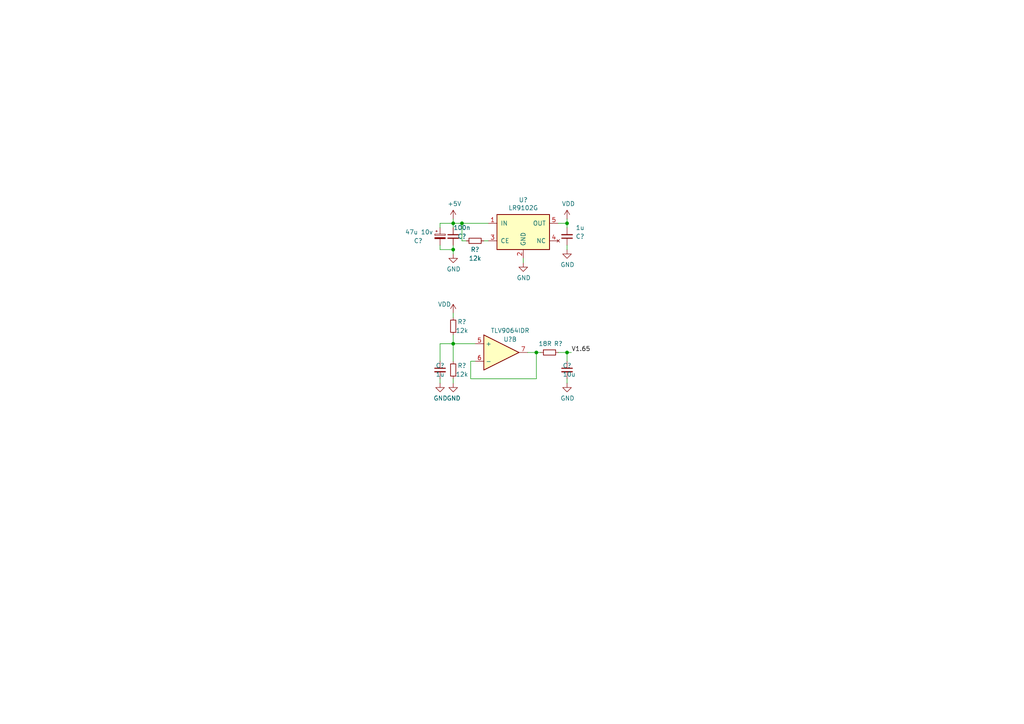
<source format=kicad_sch>
(kicad_sch (version 20211123) (generator eeschema)
  (paper "A4")
  (lib_symbols
    (symbol "Device:C_Small" (pin_numbers hide) (pin_names (offset 0.254) hide)
      (property "Reference" "C" (at 0.254 1.778 0))
      (property "Value" "C_Small" (at 0.254 -2.032 0))
      (symbol "C_Small_0_1"
        (polyline (pts (xy -1.524 -0.508) (xy 1.524 -0.508)) (stroke (width 0.3302)))
        (polyline (pts (xy -1.524 0.508) (xy 1.524 0.508)) (stroke (width 0.3048)))
      )
      (symbol "C_Small_1_1"
        (pin passive line (at 0 2.54 270) (length 2.032) (name "~") (number "1"))
        (pin passive line (at 0 -2.54 90) (length 2.032) (name "~") (number "2"))
      )
    )
    (symbol "Device:R_Small" (pin_numbers hide) (pin_names (offset 0.254) hide)
      (property "Reference" "R" (at 0.762 0.508 0))
      (property "Value" "R_Small" (at 0.762 -1.016 0))
      (symbol "R_Small_0_1"
        (rectangle (start -0.762 1.778) (end 0.762 -1.778) (stroke (width 0.2032)))
      )
      (symbol "R_Small_1_1"
        (pin passive line (at 0 2.54 270) (length 0.762) (name "~") (number "1"))
        (pin passive line (at 0 -2.54 90) (length 0.762) (name "~") (number "2"))
      )
    )
    (symbol "Flow-rescue:CP_Small-Device" (pin_numbers hide) (pin_names (offset 0.254) hide)
      (property "Reference" "C" (at 0.254 1.778 0))
      (property "Value" "CP_Small-Device" (at 0.254 -2.032 0))
      (symbol "CP_Small-Device_0_1"
        (rectangle (start -1.524 -0.3048) (end 1.524 -0.6858) (fill (type outline)))
        (rectangle (start -1.524 0.6858) (end 1.524 0.3048))
        (polyline (pts (xy -1.27 1.524) (xy -0.762 1.524)))
        (polyline (pts (xy -1.016 1.27) (xy -1.016 1.778)))
      )
      (symbol "CP_Small-Device_1_1"
        (pin passive line (at 0 2.54 270) (length 1.8542) (name "~") (number "1"))
        (pin passive line (at 0 -2.54 90) (length 1.8542) (name "~") (number "2"))
      )
    )
    (symbol "Flow-rescue:Opamp_Quad_Generic-Device"
      (property "Reference" "U" (at 0 5.08 0))
      (property "Value" "Opamp_Quad_Generic-Device" (at 0 -5.08 0))
      (symbol "Opamp_Quad_Generic-Device_1_1"
        (polyline (pts (xy -5.08 5.08) (xy 5.08 0) (xy -5.08 -5.08) (xy -5.08 5.08)) (stroke (width 0.254)) (fill (type background)))
        (pin output line (at 7.62 0 180) (length 2.54) (name "~") (number "1"))
        (pin input line (at -7.62 -2.54 0) (length 2.54) (name "-") (number "2"))
        (pin input line (at -7.62 2.54 0) (length 2.54) (name "+") (number "3"))
      )
      (symbol "Opamp_Quad_Generic-Device_2_1"
        (polyline (pts (xy -5.08 5.08) (xy 5.08 0) (xy -5.08 -5.08) (xy -5.08 5.08)) (stroke (width 0.254)) (fill (type background)))
        (pin input line (at -7.62 2.54 0) (length 2.54) (name "+") (number "5"))
        (pin input line (at -7.62 -2.54 0) (length 2.54) (name "-") (number "6"))
        (pin output line (at 7.62 0 180) (length 2.54) (name "~") (number "7"))
      )
      (symbol "Opamp_Quad_Generic-Device_3_1"
        (polyline (pts (xy -5.08 5.08) (xy 5.08 0) (xy -5.08 -5.08) (xy -5.08 5.08)) (stroke (width 0.254)) (fill (type background)))
        (pin input line (at -7.62 2.54 0) (length 2.54) (name "+") (number "10"))
        (pin output line (at 7.62 0 180) (length 2.54) (name "~") (number "8"))
        (pin input line (at -7.62 -2.54 0) (length 2.54) (name "-") (number "9"))
      )
      (symbol "Opamp_Quad_Generic-Device_4_1"
        (polyline (pts (xy -5.08 5.08) (xy 5.08 0) (xy -5.08 -5.08) (xy -5.08 5.08)) (stroke (width 0.254)) (fill (type background)))
        (pin input line (at -7.62 2.54 0) (length 2.54) (name "+") (number "12"))
        (pin input line (at -7.62 -2.54 0) (length 2.54) (name "-") (number "13"))
        (pin output line (at 7.62 0 180) (length 2.54) (name "~") (number "14"))
      )
      (symbol "Opamp_Quad_Generic-Device_5_1"
        (pin power_in line (at -2.54 -7.62 90) (length 3.81) (name "V-") (number "11"))
        (pin power_in line (at -2.54 7.62 270) (length 3.81) (name "V+") (number "4"))
      )
    )
    (symbol "oe_flow:LR9102G" (pin_names (offset 1.016))
      (property "Reference" "U" (at 0 7.62 0))
      (property "Value" "LR9102G" (at 0 10.16 0))
      (symbol "LR9102G_1_1"
        (rectangle (start -7.62 5.08) (end 7.62 -5.08) (stroke (width 0.254)) (fill (type background)))
        (pin power_in line (at -10.16 2.54 0) (length 2.54) (name "IN") (number "1"))
        (pin power_in line (at 0 -7.62 90) (length 2.54) (name "GND") (number "2"))
        (pin input line (at -10.16 -2.54 0) (length 2.54) (name "CE") (number "3"))
        (pin no_connect line (at 10.16 -2.54 180) (length 2.54) (name "NC") (number "4"))
        (pin power_out line (at 10.16 2.54 180) (length 2.54) (name "OUT") (number "5"))
      )
    )
    (symbol "power:+5V" (power) (pin_names (offset 0))
      (property "Value" "+5V" (at 0 3.556 0))
      (symbol "+5V_0_1"
        (polyline (pts (xy -0.762 1.27) (xy 0 2.54)))
        (polyline (pts (xy 0 0) (xy 0 2.54)))
        (polyline (pts (xy 0 2.54) (xy 0.762 1.27)))
      )
      (symbol "+5V_1_1"
        (pin power_in line (at 0 0 90) (length 0) hide (name "+5V") (number "1"))
      )
    )
    (symbol "power:GND" (power) (pin_names (offset 0))
      (property "Value" "GND" (at 0 -3.81 0))
      (symbol "GND_0_1"
        (polyline (pts (xy 0 0) (xy 0 -1.27) (xy 1.27 -1.27) (xy 0 -2.54) (xy -1.27 -1.27) (xy 0 -1.27)))
      )
      (symbol "GND_1_1"
        (pin power_in line (at 0 0 270) (length 0) hide (name "GND") (number "1"))
      )
    )
    (symbol "power:VDD" (power) (pin_names (offset 0))
      (property "Value" "VDD" (at 0 3.81 0))
      (symbol "VDD_0_1"
        (polyline (pts (xy -0.762 1.27) (xy 0 2.54)))
        (polyline (pts (xy 0 0) (xy 0 2.54)))
        (polyline (pts (xy 0 2.54) (xy 0.762 1.27)))
      )
      (symbol "VDD_1_1"
        (pin power_in line (at 0 0 90) (length 0) hide (name "VDD") (number "1"))
      )
    )
  )
  (junction (at 155.575 102.235))
  (junction (at 131.445 99.695))
  (junction (at 131.445 72.39))
  (junction (at 164.465 102.235))
  (junction (at 164.465 64.77))
  (junction (at 131.445 64.77))
  (junction (at 133.985 64.77))
  (wire (pts (xy 155.575 102.235) (xy 156.845 102.235)))
  (wire (pts (xy 131.445 109.855) (xy 131.445 111.125)))
  (wire (pts (xy 131.445 90.805) (xy 131.445 92.075)))
  (wire (pts (xy 155.575 102.235) (xy 153.035 102.235)))
  (wire (pts (xy 131.445 72.39) (xy 131.445 73.66)))
  (wire (pts (xy 127.635 109.855) (xy 127.635 111.125)))
  (wire (pts (xy 127.635 72.39) (xy 131.445 72.39)))
  (wire (pts (xy 133.985 64.77) (xy 141.605 64.77)))
  (wire (pts (xy 131.445 97.155) (xy 131.445 99.695)))
  (wire (pts (xy 135.255 69.85) (xy 133.985 69.85)))
  (wire (pts (xy 164.465 109.855) (xy 164.465 111.125)))
  (wire (pts (xy 131.445 99.695) (xy 127.635 99.695)))
  (wire (pts (xy 131.445 63.5) (xy 131.445 64.77)))
  (wire (pts (xy 164.465 64.77) (xy 164.465 66.04)))
  (wire (pts (xy 127.635 99.695) (xy 127.635 104.775)))
  (wire (pts (xy 131.445 64.77) (xy 131.445 66.04)))
  (wire (pts (xy 141.605 69.85) (xy 140.335 69.85)))
  (wire (pts (xy 151.765 74.93) (xy 151.765 76.2)))
  (wire (pts (xy 136.525 109.855) (xy 155.575 109.855)))
  (wire (pts (xy 127.635 64.77) (xy 131.445 64.77)))
  (wire (pts (xy 164.465 71.12) (xy 164.465 72.39)))
  (wire (pts (xy 161.925 102.235) (xy 164.465 102.235)))
  (wire (pts (xy 164.465 102.235) (xy 165.735 102.235)))
  (wire (pts (xy 164.465 63.5) (xy 164.465 64.77)))
  (wire (pts (xy 133.985 69.85) (xy 133.985 64.77)))
  (wire (pts (xy 164.465 102.235) (xy 164.465 104.775)))
  (wire (pts (xy 136.525 104.775) (xy 136.525 109.855)))
  (wire (pts (xy 137.795 104.775) (xy 136.525 104.775)))
  (wire (pts (xy 161.925 64.77) (xy 164.465 64.77)))
  (wire (pts (xy 131.445 104.775) (xy 131.445 99.695)))
  (wire (pts (xy 127.635 71.12) (xy 127.635 72.39)))
  (wire (pts (xy 137.795 99.695) (xy 131.445 99.695)))
  (wire (pts (xy 127.635 66.04) (xy 127.635 64.77)))
  (wire (pts (xy 155.575 109.855) (xy 155.575 102.235)))
  (wire (pts (xy 131.445 64.77) (xy 133.985 64.77)))
  (wire (pts (xy 131.445 71.12) (xy 131.445 72.39)))
  (label "V1.65" (at 165.735 102.235 0))
  (symbol (lib_id "power:GND") (at 131.445 111.125 0) (unit 1)
    (property "Reference" "#PWR?" (effects hide))
    (property "Value" "GND" (at 131.572 115.5192 0))
  )
  (symbol (lib_id "Device:C_Small") (at 164.465 68.58 180) (unit 1)
    (property "Reference" "C?" (at 169.545 68.58 0) (effects (justify left)))
    (property "Value" "1u" (at 169.545 66.04 0) (effects (justify left)))
    (property "Footprint" "Capacitor_SMD:C_0603_1608Metric" (effects hide))
    (property "Link" "https://ozdisan.com/pasif-komponentler/kondansatorler/smt-smd-ve-mlcc-kondansatorler/CL10A105KP8NNNC" (effects hide))
    (property "Price" "0.00742" (effects hide))
  )
  (symbol (lib_id "Device:C_Small") (at 127.635 107.315 0) (unit 1)
    (property "Reference" "C?" (at 126.365 106.045 0) (effects (justify left)))
    (property "Value" "1u" (at 126.365 108.585 0) (effects (justify left)))
    (property "Footprint" "Capacitor_SMD:C_0603_1608Metric" (effects hide))
    (property "Link" "https://ozdisan.com/pasif-komponentler/kondansatorler/smt-smd-ve-mlcc-kondansatorler/CL10A105KP8NNNC" (effects hide))
    (property "Price" "0.00742" (effects hide))
  )
  (symbol (lib_id "Device:R_Small") (at 159.385 102.235 270) (unit 1)
    (property "Reference" "R?" (at 161.925 99.695 90))
    (property "Value" "18R" (at 158.115 99.695 90))
    (property "Footprint" "Resistor_SMD:R_0603_1608Metric" (effects hide))
    (property "Link" "https://ozdisan.com/pasif-komponentler/direncler/smt-smd-ve-cip-direncler/0603SAF180JT5E" (effects hide))
    (property "Price" "0.00196" (effects hide))
  )
  (symbol (lib_id "power:GND") (at 127.635 111.125 0) (unit 1)
    (property "Reference" "#PWR?" (effects hide))
    (property "Value" "GND" (at 127.762 115.5192 0))
  )
  (symbol (lib_id "power:VDD") (at 164.465 63.5 0) (unit 1)
    (property "Reference" "#PWR?" (effects hide))
    (property "Value" "VDD" (at 164.846 59.1058 0))
  )
  (symbol (lib_id "Flow-rescue:Opamp_Quad_Generic-Device") (at 145.415 102.235 0) (unit 2)
    (property "Reference" "U?" (at 147.955 98.425 0))
    (property "Value" "TLV9064IDR" (at 147.955 95.885 0))
    (property "Footprint" "Package_SO:SOIC-14_3.9x8.7mm_P1.27mm" (effects hide))
    (property "Link" "https://ozdisan.com/entegre-devreler-ics/lineer-entegreler/amplifikatorler/TLV9064IDR" (effects hide))
    (property "Price" "0.77646" (effects hide))
  )
  (symbol (lib_id "oe_flow:LR9102G") (at 151.765 67.31 0) (unit 1)
    (property "Reference" "U?" (at 151.765 57.9882 0))
    (property "Value" "LR9102G" (at 151.765 60.2996 0))
    (property "Footprint" "Package_TO_SOT_SMD:SOT-23-5" (effects hide))
    (property "Link" "https://ozdisan.com/Product/Detail/497420/LR9102G-33-AE5-R" (effects hide))
    (property "Price" "0.09595" (effects hide))
  )
  (symbol (lib_id "Device:C_Small") (at 131.445 68.58 0) (unit 1)
    (property "Reference" "C?" (at 133.985 68.58 0))
    (property "Value" "100n" (at 133.985 66.04 0))
    (property "Footprint" "Capacitor_SMD:C_0603_1608Metric" (effects hide))
    (property "Link" "https://ozdisan.com/pasif-komponentler/kondansatorler/smt-smd-ve-mlcc-kondansatorler/CL10B104KB8NNND" (effects hide))
    (property "Price" "0.00499" (effects hide))
  )
  (symbol (lib_id "power:GND") (at 164.465 111.125 0) (unit 1)
    (property "Reference" "#PWR?" (effects hide))
    (property "Value" "GND" (at 164.592 115.5192 0))
  )
  (symbol (lib_id "power:+5V") (at 131.445 63.5 0) (unit 1)
    (property "Reference" "#PWR?" (effects hide))
    (property "Value" "+5V" (at 131.826 59.1058 0))
  )
  (symbol (lib_id "Device:R_Small") (at 131.445 94.615 0) (unit 1)
    (property "Reference" "R?" (at 133.985 93.345 0))
    (property "Value" "12k" (at 133.985 95.885 0))
    (property "Footprint" "Resistor_SMD:R_0603_1608Metric" (effects hide))
    (property "Link" "https://ozdisan.com/pasif-komponentler/direncler/smt-smd-ve-cip-direncler/0603SAF1202T5E" (effects hide))
    (property "Price" "0.0019" (effects hide))
  )
  (symbol (lib_id "power:GND") (at 164.465 72.39 0) (unit 1)
    (property "Reference" "#PWR?" (effects hide))
    (property "Value" "GND" (at 164.592 76.7842 0))
  )
  (symbol (lib_id "power:GND") (at 151.765 76.2 0) (unit 1)
    (property "Reference" "#PWR?" (effects hide))
    (property "Value" "GND" (at 151.892 80.5942 0))
  )
  (symbol (lib_id "power:GND") (at 131.445 73.66 0) (unit 1)
    (property "Reference" "#PWR?" (effects hide))
    (property "Value" "GND" (at 131.572 78.0542 0))
  )
  (symbol (lib_id "Flow-rescue:CP_Small-Device") (at 127.635 68.58 0) (unit 1)
    (property "Reference" "C?" (at 120.015 69.85 0) (effects (justify left)))
    (property "Value" "47u 10v" (at 117.475 67.31 0) (effects (justify left)))
    (property "Footprint" "Capacitor_Tantalum_SMD:CP_EIA-3528-21_Kemet-B_Pad1.50x2.35mm_HandSolder" (effects hide))
    (property "Link" "https://ozdisan.com/pasif-komponentler/kondansatorler/tantal-kondansatorler/TSK1A476TSSR" (effects hide))
    (property "Price" "0.15882" (effects hide))
  )
  (symbol (lib_id "power:VDD") (at 131.445 90.805 0) (unit 1)
    (property "Reference" "#PWR?" (effects hide))
    (property "Value" "VDD" (at 128.905 88.265 0))
  )
  (symbol (lib_id "Device:C_Small") (at 164.465 107.315 0) (unit 1)
    (property "Reference" "C?" (at 163.195 106.045 0) (effects (justify left)))
    (property "Value" "10u" (at 163.195 108.585 0) (effects (justify left)))
    (property "Footprint" "Capacitor_SMD:C_0603_1608Metric" (effects hide))
    (property "Link" "https://ozdisan.com/pasif-komponentler/kondansatorler/smt-smd-ve-mlcc-kondansatorler/CL10A105KP8NNNC" (effects hide))
    (property "Price" "0.00742" (effects hide))
  )
  (symbol (lib_id "Device:R_Small") (at 137.795 69.85 270) (unit 1)
    (property "Reference" "R?" (at 137.795 72.39 90))
    (property "Value" "12k" (at 137.795 74.93 90))
    (property "Footprint" "Resistor_SMD:R_0603_1608Metric" (effects hide))
    (property "Link" "https://ozdisan.com/pasif-komponentler/direncler/smt-smd-ve-cip-direncler/0603SAF1202T5E" (effects hide))
    (property "Price" "0.0019" (effects hide))
  )
  (symbol (lib_id "Device:R_Small") (at 131.445 107.315 0) (unit 1)
    (property "Reference" "R?" (at 133.985 106.045 0))
    (property "Value" "12k" (at 133.985 108.585 0))
    (property "Footprint" "Resistor_SMD:R_0603_1608Metric" (effects hide))
    (property "Link" "https://ozdisan.com/pasif-komponentler/direncler/smt-smd-ve-cip-direncler/0603SAF1202T5E" (effects hide))
    (property "Price" "0.0019" (effects hide))
  )
)
</source>
